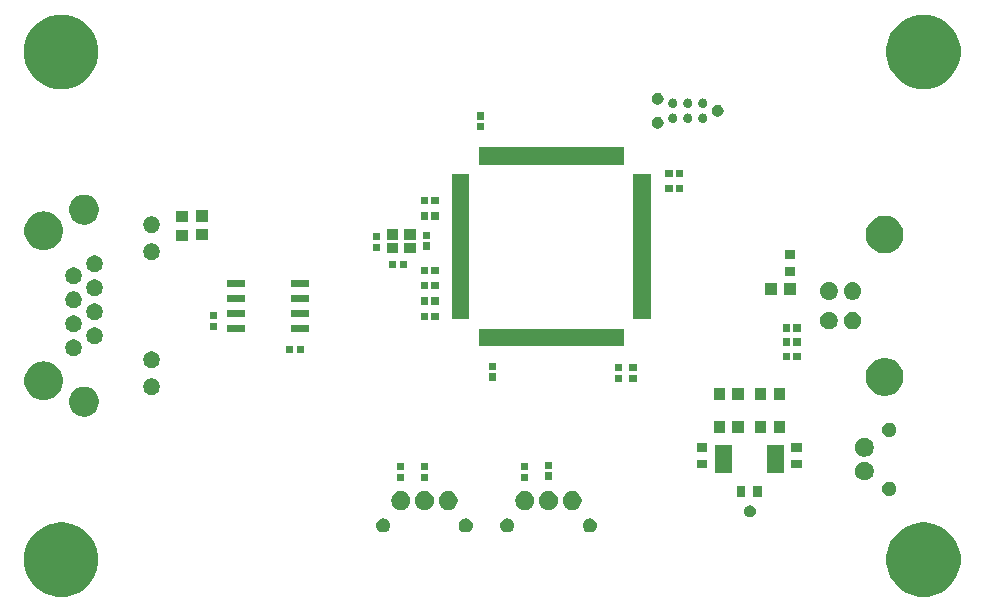
<source format=gbr>
G04 #@! TF.GenerationSoftware,KiCad,Pcbnew,5.0.1-33cea8e~68~ubuntu18.04.1*
G04 #@! TF.CreationDate,2018-11-12T14:49:47+00:00*
G04 #@! TF.ProjectId,comms,636F6D6D732E6B696361645F70636200,rev?*
G04 #@! TF.SameCoordinates,Original*
G04 #@! TF.FileFunction,Soldermask,Top*
G04 #@! TF.FilePolarity,Negative*
%FSLAX46Y46*%
G04 Gerber Fmt 4.6, Leading zero omitted, Abs format (unit mm)*
G04 Created by KiCad (PCBNEW 5.0.1-33cea8e~68~ubuntu18.04.1) date Mon 12 Nov 2018 14:49:47 GMT*
%MOMM*%
%LPD*%
G01*
G04 APERTURE LIST*
%ADD10C,0.100000*%
G04 APERTURE END LIST*
D10*
G36*
X100155151Y-115583626D02*
X100677123Y-115687452D01*
X101250387Y-115924906D01*
X101766310Y-116269635D01*
X102205067Y-116708392D01*
X102549796Y-117224315D01*
X102787250Y-117797579D01*
X102908302Y-118406152D01*
X102908302Y-119026648D01*
X102787250Y-119635221D01*
X102549796Y-120208485D01*
X102205067Y-120724408D01*
X101766310Y-121163165D01*
X101250387Y-121507894D01*
X100677123Y-121745348D01*
X100155151Y-121849174D01*
X100068551Y-121866400D01*
X99448053Y-121866400D01*
X99361453Y-121849174D01*
X98839481Y-121745348D01*
X98266217Y-121507894D01*
X97750294Y-121163165D01*
X97311537Y-120724408D01*
X96966808Y-120208485D01*
X96729354Y-119635221D01*
X96608302Y-119026648D01*
X96608302Y-118406152D01*
X96729354Y-117797579D01*
X96966808Y-117224315D01*
X97311537Y-116708392D01*
X97750294Y-116269635D01*
X98266217Y-115924906D01*
X98839481Y-115687452D01*
X99361453Y-115583626D01*
X99448053Y-115566400D01*
X100068551Y-115566400D01*
X100155151Y-115583626D01*
X100155151Y-115583626D01*
G37*
G36*
X27155151Y-115583626D02*
X27677123Y-115687452D01*
X28250387Y-115924906D01*
X28766310Y-116269635D01*
X29205067Y-116708392D01*
X29549796Y-117224315D01*
X29787250Y-117797579D01*
X29908302Y-118406152D01*
X29908302Y-119026648D01*
X29787250Y-119635221D01*
X29549796Y-120208485D01*
X29205067Y-120724408D01*
X28766310Y-121163165D01*
X28250387Y-121507894D01*
X27677123Y-121745348D01*
X27155151Y-121849174D01*
X27068551Y-121866400D01*
X26448053Y-121866400D01*
X26361453Y-121849174D01*
X25839481Y-121745348D01*
X25266217Y-121507894D01*
X24750294Y-121163165D01*
X24311537Y-120724408D01*
X23966808Y-120208485D01*
X23729354Y-119635221D01*
X23608302Y-119026648D01*
X23608302Y-118406152D01*
X23729354Y-117797579D01*
X23966808Y-117224315D01*
X24311537Y-116708392D01*
X24750294Y-116269635D01*
X25266217Y-115924906D01*
X25839481Y-115687452D01*
X26361453Y-115583626D01*
X26448053Y-115566400D01*
X27068551Y-115566400D01*
X27155151Y-115583626D01*
X27155151Y-115583626D01*
G37*
G36*
X71683314Y-115239457D02*
X71792509Y-115284687D01*
X71890783Y-115350352D01*
X71974350Y-115433919D01*
X72040015Y-115532193D01*
X72085245Y-115641388D01*
X72108302Y-115757304D01*
X72108302Y-115875496D01*
X72085245Y-115991412D01*
X72040015Y-116100607D01*
X71974350Y-116198881D01*
X71890783Y-116282448D01*
X71792509Y-116348113D01*
X71683314Y-116393343D01*
X71567398Y-116416400D01*
X71449206Y-116416400D01*
X71333290Y-116393343D01*
X71224095Y-116348113D01*
X71125821Y-116282448D01*
X71042254Y-116198881D01*
X70976589Y-116100607D01*
X70931359Y-115991412D01*
X70908302Y-115875496D01*
X70908302Y-115757304D01*
X70931359Y-115641388D01*
X70976589Y-115532193D01*
X71042254Y-115433919D01*
X71125821Y-115350352D01*
X71224095Y-115284687D01*
X71333290Y-115239457D01*
X71449206Y-115216400D01*
X71567398Y-115216400D01*
X71683314Y-115239457D01*
X71683314Y-115239457D01*
G37*
G36*
X54183314Y-115239457D02*
X54292509Y-115284687D01*
X54390783Y-115350352D01*
X54474350Y-115433919D01*
X54540015Y-115532193D01*
X54585245Y-115641388D01*
X54608302Y-115757304D01*
X54608302Y-115875496D01*
X54585245Y-115991412D01*
X54540015Y-116100607D01*
X54474350Y-116198881D01*
X54390783Y-116282448D01*
X54292509Y-116348113D01*
X54183314Y-116393343D01*
X54067398Y-116416400D01*
X53949206Y-116416400D01*
X53833290Y-116393343D01*
X53724095Y-116348113D01*
X53625821Y-116282448D01*
X53542254Y-116198881D01*
X53476589Y-116100607D01*
X53431359Y-115991412D01*
X53408302Y-115875496D01*
X53408302Y-115757304D01*
X53431359Y-115641388D01*
X53476589Y-115532193D01*
X53542254Y-115433919D01*
X53625821Y-115350352D01*
X53724095Y-115284687D01*
X53833290Y-115239457D01*
X53949206Y-115216400D01*
X54067398Y-115216400D01*
X54183314Y-115239457D01*
X54183314Y-115239457D01*
G37*
G36*
X61183314Y-115239457D02*
X61292509Y-115284687D01*
X61390783Y-115350352D01*
X61474350Y-115433919D01*
X61540015Y-115532193D01*
X61585245Y-115641388D01*
X61608302Y-115757304D01*
X61608302Y-115875496D01*
X61585245Y-115991412D01*
X61540015Y-116100607D01*
X61474350Y-116198881D01*
X61390783Y-116282448D01*
X61292509Y-116348113D01*
X61183314Y-116393343D01*
X61067398Y-116416400D01*
X60949206Y-116416400D01*
X60833290Y-116393343D01*
X60724095Y-116348113D01*
X60625821Y-116282448D01*
X60542254Y-116198881D01*
X60476589Y-116100607D01*
X60431359Y-115991412D01*
X60408302Y-115875496D01*
X60408302Y-115757304D01*
X60431359Y-115641388D01*
X60476589Y-115532193D01*
X60542254Y-115433919D01*
X60625821Y-115350352D01*
X60724095Y-115284687D01*
X60833290Y-115239457D01*
X60949206Y-115216400D01*
X61067398Y-115216400D01*
X61183314Y-115239457D01*
X61183314Y-115239457D01*
G37*
G36*
X64683314Y-115239457D02*
X64792509Y-115284687D01*
X64890783Y-115350352D01*
X64974350Y-115433919D01*
X65040015Y-115532193D01*
X65085245Y-115641388D01*
X65108302Y-115757304D01*
X65108302Y-115875496D01*
X65085245Y-115991412D01*
X65040015Y-116100607D01*
X64974350Y-116198881D01*
X64890783Y-116282448D01*
X64792509Y-116348113D01*
X64683314Y-116393343D01*
X64567398Y-116416400D01*
X64449206Y-116416400D01*
X64333290Y-116393343D01*
X64224095Y-116348113D01*
X64125821Y-116282448D01*
X64042254Y-116198881D01*
X63976589Y-116100607D01*
X63931359Y-115991412D01*
X63908302Y-115875496D01*
X63908302Y-115757304D01*
X63931359Y-115641388D01*
X63976589Y-115532193D01*
X64042254Y-115433919D01*
X64125821Y-115350352D01*
X64224095Y-115284687D01*
X64333290Y-115239457D01*
X64449206Y-115216400D01*
X64567398Y-115216400D01*
X64683314Y-115239457D01*
X64683314Y-115239457D01*
G37*
G36*
X85204147Y-114135615D02*
X85295141Y-114173306D01*
X85374556Y-114226370D01*
X85377036Y-114228027D01*
X85446675Y-114297666D01*
X85446677Y-114297669D01*
X85473493Y-114337801D01*
X85501397Y-114379563D01*
X85539087Y-114470555D01*
X85558302Y-114567155D01*
X85558302Y-114665645D01*
X85539087Y-114762245D01*
X85501397Y-114853237D01*
X85446675Y-114935134D01*
X85377036Y-115004773D01*
X85377033Y-115004775D01*
X85295141Y-115059494D01*
X85204147Y-115097185D01*
X85107548Y-115116400D01*
X85009056Y-115116400D01*
X84912457Y-115097185D01*
X84821463Y-115059494D01*
X84739571Y-115004775D01*
X84739568Y-115004773D01*
X84669929Y-114935134D01*
X84615207Y-114853237D01*
X84577517Y-114762245D01*
X84558302Y-114665645D01*
X84558302Y-114567155D01*
X84577517Y-114470555D01*
X84615207Y-114379563D01*
X84643112Y-114337801D01*
X84669927Y-114297669D01*
X84669929Y-114297666D01*
X84739568Y-114228027D01*
X84742048Y-114226370D01*
X84821463Y-114173306D01*
X84912457Y-114135615D01*
X85009056Y-114116400D01*
X85107548Y-114116400D01*
X85204147Y-114135615D01*
X85204147Y-114135615D01*
G37*
G36*
X70241654Y-112947143D02*
X70387243Y-113007448D01*
X70518275Y-113095001D01*
X70629701Y-113206427D01*
X70717254Y-113337459D01*
X70777559Y-113483048D01*
X70808302Y-113637605D01*
X70808302Y-113795195D01*
X70777559Y-113949752D01*
X70717254Y-114095341D01*
X70629701Y-114226373D01*
X70518275Y-114337799D01*
X70387243Y-114425352D01*
X70241654Y-114485657D01*
X70087097Y-114516400D01*
X69929507Y-114516400D01*
X69774950Y-114485657D01*
X69629361Y-114425352D01*
X69498329Y-114337799D01*
X69386903Y-114226373D01*
X69299350Y-114095341D01*
X69239045Y-113949752D01*
X69208302Y-113795195D01*
X69208302Y-113637605D01*
X69239045Y-113483048D01*
X69299350Y-113337459D01*
X69386903Y-113206427D01*
X69498329Y-113095001D01*
X69629361Y-113007448D01*
X69774950Y-112947143D01*
X69929507Y-112916400D01*
X70087097Y-112916400D01*
X70241654Y-112947143D01*
X70241654Y-112947143D01*
G37*
G36*
X55741654Y-112947143D02*
X55887243Y-113007448D01*
X56018275Y-113095001D01*
X56129701Y-113206427D01*
X56217254Y-113337459D01*
X56277559Y-113483048D01*
X56308302Y-113637605D01*
X56308302Y-113795195D01*
X56277559Y-113949752D01*
X56217254Y-114095341D01*
X56129701Y-114226373D01*
X56018275Y-114337799D01*
X55887243Y-114425352D01*
X55741654Y-114485657D01*
X55587097Y-114516400D01*
X55429507Y-114516400D01*
X55274950Y-114485657D01*
X55129361Y-114425352D01*
X54998329Y-114337799D01*
X54886903Y-114226373D01*
X54799350Y-114095341D01*
X54739045Y-113949752D01*
X54708302Y-113795195D01*
X54708302Y-113637605D01*
X54739045Y-113483048D01*
X54799350Y-113337459D01*
X54886903Y-113206427D01*
X54998329Y-113095001D01*
X55129361Y-113007448D01*
X55274950Y-112947143D01*
X55429507Y-112916400D01*
X55587097Y-112916400D01*
X55741654Y-112947143D01*
X55741654Y-112947143D01*
G37*
G36*
X57741654Y-112947143D02*
X57887243Y-113007448D01*
X58018275Y-113095001D01*
X58129701Y-113206427D01*
X58217254Y-113337459D01*
X58277559Y-113483048D01*
X58308302Y-113637605D01*
X58308302Y-113795195D01*
X58277559Y-113949752D01*
X58217254Y-114095341D01*
X58129701Y-114226373D01*
X58018275Y-114337799D01*
X57887243Y-114425352D01*
X57741654Y-114485657D01*
X57587097Y-114516400D01*
X57429507Y-114516400D01*
X57274950Y-114485657D01*
X57129361Y-114425352D01*
X56998329Y-114337799D01*
X56886903Y-114226373D01*
X56799350Y-114095341D01*
X56739045Y-113949752D01*
X56708302Y-113795195D01*
X56708302Y-113637605D01*
X56739045Y-113483048D01*
X56799350Y-113337459D01*
X56886903Y-113206427D01*
X56998329Y-113095001D01*
X57129361Y-113007448D01*
X57274950Y-112947143D01*
X57429507Y-112916400D01*
X57587097Y-112916400D01*
X57741654Y-112947143D01*
X57741654Y-112947143D01*
G37*
G36*
X59741654Y-112947143D02*
X59887243Y-113007448D01*
X60018275Y-113095001D01*
X60129701Y-113206427D01*
X60217254Y-113337459D01*
X60277559Y-113483048D01*
X60308302Y-113637605D01*
X60308302Y-113795195D01*
X60277559Y-113949752D01*
X60217254Y-114095341D01*
X60129701Y-114226373D01*
X60018275Y-114337799D01*
X59887243Y-114425352D01*
X59741654Y-114485657D01*
X59587097Y-114516400D01*
X59429507Y-114516400D01*
X59274950Y-114485657D01*
X59129361Y-114425352D01*
X58998329Y-114337799D01*
X58886903Y-114226373D01*
X58799350Y-114095341D01*
X58739045Y-113949752D01*
X58708302Y-113795195D01*
X58708302Y-113637605D01*
X58739045Y-113483048D01*
X58799350Y-113337459D01*
X58886903Y-113206427D01*
X58998329Y-113095001D01*
X59129361Y-113007448D01*
X59274950Y-112947143D01*
X59429507Y-112916400D01*
X59587097Y-112916400D01*
X59741654Y-112947143D01*
X59741654Y-112947143D01*
G37*
G36*
X68241654Y-112947143D02*
X68387243Y-113007448D01*
X68518275Y-113095001D01*
X68629701Y-113206427D01*
X68717254Y-113337459D01*
X68777559Y-113483048D01*
X68808302Y-113637605D01*
X68808302Y-113795195D01*
X68777559Y-113949752D01*
X68717254Y-114095341D01*
X68629701Y-114226373D01*
X68518275Y-114337799D01*
X68387243Y-114425352D01*
X68241654Y-114485657D01*
X68087097Y-114516400D01*
X67929507Y-114516400D01*
X67774950Y-114485657D01*
X67629361Y-114425352D01*
X67498329Y-114337799D01*
X67386903Y-114226373D01*
X67299350Y-114095341D01*
X67239045Y-113949752D01*
X67208302Y-113795195D01*
X67208302Y-113637605D01*
X67239045Y-113483048D01*
X67299350Y-113337459D01*
X67386903Y-113206427D01*
X67498329Y-113095001D01*
X67629361Y-113007448D01*
X67774950Y-112947143D01*
X67929507Y-112916400D01*
X68087097Y-112916400D01*
X68241654Y-112947143D01*
X68241654Y-112947143D01*
G37*
G36*
X66241654Y-112947143D02*
X66387243Y-113007448D01*
X66518275Y-113095001D01*
X66629701Y-113206427D01*
X66717254Y-113337459D01*
X66777559Y-113483048D01*
X66808302Y-113637605D01*
X66808302Y-113795195D01*
X66777559Y-113949752D01*
X66717254Y-114095341D01*
X66629701Y-114226373D01*
X66518275Y-114337799D01*
X66387243Y-114425352D01*
X66241654Y-114485657D01*
X66087097Y-114516400D01*
X65929507Y-114516400D01*
X65774950Y-114485657D01*
X65629361Y-114425352D01*
X65498329Y-114337799D01*
X65386903Y-114226373D01*
X65299350Y-114095341D01*
X65239045Y-113949752D01*
X65208302Y-113795195D01*
X65208302Y-113637605D01*
X65239045Y-113483048D01*
X65299350Y-113337459D01*
X65386903Y-113206427D01*
X65498329Y-113095001D01*
X65629361Y-113007448D01*
X65774950Y-112947143D01*
X65929507Y-112916400D01*
X66087097Y-112916400D01*
X66241654Y-112947143D01*
X66241654Y-112947143D01*
G37*
G36*
X86083302Y-113416400D02*
X85333302Y-113416400D01*
X85333302Y-112516400D01*
X86083302Y-112516400D01*
X86083302Y-113416400D01*
X86083302Y-113416400D01*
G37*
G36*
X84683302Y-113416400D02*
X83933302Y-113416400D01*
X83933302Y-112516400D01*
X84683302Y-112516400D01*
X84683302Y-113416400D01*
X84683302Y-113416400D01*
G37*
G36*
X97033314Y-112139457D02*
X97142509Y-112184687D01*
X97240783Y-112250352D01*
X97324350Y-112333919D01*
X97390015Y-112432193D01*
X97435245Y-112541388D01*
X97458302Y-112657304D01*
X97458302Y-112775496D01*
X97435245Y-112891412D01*
X97390015Y-113000607D01*
X97324350Y-113098881D01*
X97240783Y-113182448D01*
X97142509Y-113248113D01*
X97033314Y-113293343D01*
X96917398Y-113316400D01*
X96799206Y-113316400D01*
X96683290Y-113293343D01*
X96574095Y-113248113D01*
X96475821Y-113182448D01*
X96392254Y-113098881D01*
X96326589Y-113000607D01*
X96281359Y-112891412D01*
X96258302Y-112775496D01*
X96258302Y-112657304D01*
X96281359Y-112541388D01*
X96326589Y-112432193D01*
X96392254Y-112333919D01*
X96475821Y-112250352D01*
X96574095Y-112184687D01*
X96683290Y-112139457D01*
X96799206Y-112116400D01*
X96917398Y-112116400D01*
X97033314Y-112139457D01*
X97033314Y-112139457D01*
G37*
G36*
X55810000Y-112060000D02*
X55190000Y-112060000D01*
X55190000Y-111440000D01*
X55810000Y-111440000D01*
X55810000Y-112060000D01*
X55810000Y-112060000D01*
G37*
G36*
X66310000Y-112060000D02*
X65690000Y-112060000D01*
X65690000Y-111440000D01*
X66310000Y-111440000D01*
X66310000Y-112060000D01*
X66310000Y-112060000D01*
G37*
G36*
X57810000Y-112060000D02*
X57190000Y-112060000D01*
X57190000Y-111440000D01*
X57810000Y-111440000D01*
X57810000Y-112060000D01*
X57810000Y-112060000D01*
G37*
G36*
X94991654Y-110447143D02*
X95137243Y-110507448D01*
X95268275Y-110595001D01*
X95379701Y-110706427D01*
X95467254Y-110837459D01*
X95527559Y-110983048D01*
X95558302Y-111137605D01*
X95558302Y-111295195D01*
X95527559Y-111449752D01*
X95467254Y-111595341D01*
X95379701Y-111726373D01*
X95268275Y-111837799D01*
X95137243Y-111925352D01*
X94991654Y-111985657D01*
X94837097Y-112016400D01*
X94679507Y-112016400D01*
X94524950Y-111985657D01*
X94379361Y-111925352D01*
X94248329Y-111837799D01*
X94136903Y-111726373D01*
X94049350Y-111595341D01*
X93989045Y-111449752D01*
X93958302Y-111295195D01*
X93958302Y-111137605D01*
X93989045Y-110983048D01*
X94049350Y-110837459D01*
X94136903Y-110706427D01*
X94248329Y-110595001D01*
X94379361Y-110507448D01*
X94524950Y-110447143D01*
X94679507Y-110416400D01*
X94837097Y-110416400D01*
X94991654Y-110447143D01*
X94991654Y-110447143D01*
G37*
G36*
X68310000Y-111960000D02*
X67690000Y-111960000D01*
X67690000Y-111340000D01*
X68310000Y-111340000D01*
X68310000Y-111960000D01*
X68310000Y-111960000D01*
G37*
G36*
X87933302Y-111416400D02*
X86483302Y-111416400D01*
X86483302Y-109016400D01*
X87933302Y-109016400D01*
X87933302Y-111416400D01*
X87933302Y-111416400D01*
G37*
G36*
X83533302Y-111416400D02*
X82083302Y-111416400D01*
X82083302Y-109016400D01*
X83533302Y-109016400D01*
X83533302Y-111416400D01*
X83533302Y-111416400D01*
G37*
G36*
X57810000Y-111160000D02*
X57190000Y-111160000D01*
X57190000Y-110540000D01*
X57810000Y-110540000D01*
X57810000Y-111160000D01*
X57810000Y-111160000D01*
G37*
G36*
X55810000Y-111160000D02*
X55190000Y-111160000D01*
X55190000Y-110540000D01*
X55810000Y-110540000D01*
X55810000Y-111160000D01*
X55810000Y-111160000D01*
G37*
G36*
X66310000Y-111160000D02*
X65690000Y-111160000D01*
X65690000Y-110540000D01*
X66310000Y-110540000D01*
X66310000Y-111160000D01*
X66310000Y-111160000D01*
G37*
G36*
X68310000Y-111060000D02*
X67690000Y-111060000D01*
X67690000Y-110440000D01*
X68310000Y-110440000D01*
X68310000Y-111060000D01*
X68310000Y-111060000D01*
G37*
G36*
X89458302Y-110991400D02*
X88558302Y-110991400D01*
X88558302Y-110241400D01*
X89458302Y-110241400D01*
X89458302Y-110991400D01*
X89458302Y-110991400D01*
G37*
G36*
X81458302Y-110991400D02*
X80558302Y-110991400D01*
X80558302Y-110241400D01*
X81458302Y-110241400D01*
X81458302Y-110991400D01*
X81458302Y-110991400D01*
G37*
G36*
X94991654Y-108447143D02*
X95137243Y-108507448D01*
X95268275Y-108595001D01*
X95379701Y-108706427D01*
X95467254Y-108837459D01*
X95527559Y-108983048D01*
X95558302Y-109137605D01*
X95558302Y-109295195D01*
X95527559Y-109449752D01*
X95467254Y-109595341D01*
X95379701Y-109726373D01*
X95268275Y-109837799D01*
X95137243Y-109925352D01*
X94991654Y-109985657D01*
X94837097Y-110016400D01*
X94679507Y-110016400D01*
X94524950Y-109985657D01*
X94379361Y-109925352D01*
X94248329Y-109837799D01*
X94136903Y-109726373D01*
X94049350Y-109595341D01*
X93989045Y-109449752D01*
X93958302Y-109295195D01*
X93958302Y-109137605D01*
X93989045Y-108983048D01*
X94049350Y-108837459D01*
X94136903Y-108706427D01*
X94248329Y-108595001D01*
X94379361Y-108507448D01*
X94524950Y-108447143D01*
X94679507Y-108416400D01*
X94837097Y-108416400D01*
X94991654Y-108447143D01*
X94991654Y-108447143D01*
G37*
G36*
X81458302Y-109591400D02*
X80558302Y-109591400D01*
X80558302Y-108841400D01*
X81458302Y-108841400D01*
X81458302Y-109591400D01*
X81458302Y-109591400D01*
G37*
G36*
X89458302Y-109591400D02*
X88558302Y-109591400D01*
X88558302Y-108841400D01*
X89458302Y-108841400D01*
X89458302Y-109591400D01*
X89458302Y-109591400D01*
G37*
G36*
X97033314Y-107139457D02*
X97142509Y-107184687D01*
X97240783Y-107250352D01*
X97324350Y-107333919D01*
X97390015Y-107432193D01*
X97435245Y-107541388D01*
X97458302Y-107657304D01*
X97458302Y-107775496D01*
X97435245Y-107891412D01*
X97390015Y-108000607D01*
X97324350Y-108098881D01*
X97240783Y-108182448D01*
X97142509Y-108248113D01*
X97033314Y-108293343D01*
X96917398Y-108316400D01*
X96799206Y-108316400D01*
X96683290Y-108293343D01*
X96574095Y-108248113D01*
X96475821Y-108182448D01*
X96392254Y-108098881D01*
X96326589Y-108000607D01*
X96281359Y-107891412D01*
X96258302Y-107775496D01*
X96258302Y-107657304D01*
X96281359Y-107541388D01*
X96326589Y-107432193D01*
X96392254Y-107333919D01*
X96475821Y-107250352D01*
X96574095Y-107184687D01*
X96683290Y-107139457D01*
X96799206Y-107116400D01*
X96917398Y-107116400D01*
X97033314Y-107139457D01*
X97033314Y-107139457D01*
G37*
G36*
X84533302Y-107966400D02*
X83583302Y-107966400D01*
X83583302Y-106966400D01*
X84533302Y-106966400D01*
X84533302Y-107966400D01*
X84533302Y-107966400D01*
G37*
G36*
X88033302Y-107966400D02*
X87083302Y-107966400D01*
X87083302Y-106966400D01*
X88033302Y-106966400D01*
X88033302Y-107966400D01*
X88033302Y-107966400D01*
G37*
G36*
X86433302Y-107966400D02*
X85483302Y-107966400D01*
X85483302Y-106966400D01*
X86433302Y-106966400D01*
X86433302Y-107966400D01*
X86433302Y-107966400D01*
G37*
G36*
X82933302Y-107966400D02*
X81983302Y-107966400D01*
X81983302Y-106966400D01*
X82933302Y-106966400D01*
X82933302Y-107966400D01*
X82933302Y-107966400D01*
G37*
G36*
X28935066Y-104098802D02*
X29057747Y-104123205D01*
X29288873Y-104218941D01*
X29496883Y-104357929D01*
X29673773Y-104534819D01*
X29673775Y-104534822D01*
X29812761Y-104742829D01*
X29908497Y-104973955D01*
X29957302Y-105219316D01*
X29957302Y-105469484D01*
X29908497Y-105714845D01*
X29812761Y-105945971D01*
X29673773Y-106153981D01*
X29496883Y-106330871D01*
X29496880Y-106330873D01*
X29288873Y-106469859D01*
X29057747Y-106565595D01*
X28935066Y-106589998D01*
X28812388Y-106614400D01*
X28562216Y-106614400D01*
X28439538Y-106589998D01*
X28316857Y-106565595D01*
X28085731Y-106469859D01*
X27877724Y-106330873D01*
X27877721Y-106330871D01*
X27700831Y-106153981D01*
X27561843Y-105945971D01*
X27466107Y-105714845D01*
X27417302Y-105469484D01*
X27417302Y-105219316D01*
X27466107Y-104973955D01*
X27561843Y-104742829D01*
X27700829Y-104534822D01*
X27700831Y-104534819D01*
X27877721Y-104357929D01*
X28085731Y-104218941D01*
X28316857Y-104123205D01*
X28439538Y-104098802D01*
X28562216Y-104074400D01*
X28812388Y-104074400D01*
X28935066Y-104098802D01*
X28935066Y-104098802D01*
G37*
G36*
X86433302Y-105216400D02*
X85483302Y-105216400D01*
X85483302Y-104216400D01*
X86433302Y-104216400D01*
X86433302Y-105216400D01*
X86433302Y-105216400D01*
G37*
G36*
X88033302Y-105216400D02*
X87083302Y-105216400D01*
X87083302Y-104216400D01*
X88033302Y-104216400D01*
X88033302Y-105216400D01*
X88033302Y-105216400D01*
G37*
G36*
X84533302Y-105216400D02*
X83583302Y-105216400D01*
X83583302Y-104216400D01*
X84533302Y-104216400D01*
X84533302Y-105216400D01*
X84533302Y-105216400D01*
G37*
G36*
X82933302Y-105216400D02*
X81983302Y-105216400D01*
X81983302Y-104216400D01*
X82933302Y-104216400D01*
X82933302Y-105216400D01*
X82933302Y-105216400D01*
G37*
G36*
X25463102Y-101949690D02*
X25732472Y-102003270D01*
X26028313Y-102125812D01*
X26294562Y-102303714D01*
X26520988Y-102530140D01*
X26698890Y-102796389D01*
X26821432Y-103092230D01*
X26883902Y-103406292D01*
X26883902Y-103726508D01*
X26821432Y-104040570D01*
X26698890Y-104336411D01*
X26520988Y-104602660D01*
X26294562Y-104829086D01*
X26028313Y-105006988D01*
X25732472Y-105129530D01*
X25463102Y-105183110D01*
X25418411Y-105192000D01*
X25098193Y-105192000D01*
X25053502Y-105183110D01*
X24784132Y-105129530D01*
X24488291Y-105006988D01*
X24222042Y-104829086D01*
X23995616Y-104602660D01*
X23817714Y-104336411D01*
X23695172Y-104040570D01*
X23632702Y-103726508D01*
X23632702Y-103406292D01*
X23695172Y-103092230D01*
X23817714Y-102796389D01*
X23995616Y-102530140D01*
X24222042Y-102303714D01*
X24488291Y-102125812D01*
X24784132Y-102003270D01*
X25053502Y-101949690D01*
X25098193Y-101940800D01*
X25418411Y-101940800D01*
X25463102Y-101949690D01*
X25463102Y-101949690D01*
G37*
G36*
X96935005Y-101697886D02*
X97226185Y-101818497D01*
X97488246Y-101993601D01*
X97711101Y-102216456D01*
X97886205Y-102478517D01*
X98006816Y-102769697D01*
X98068302Y-103078812D01*
X98068302Y-103393988D01*
X98006816Y-103703103D01*
X97886205Y-103994283D01*
X97711101Y-104256344D01*
X97488246Y-104479199D01*
X97226185Y-104654303D01*
X96935005Y-104774914D01*
X96625890Y-104836400D01*
X96310714Y-104836400D01*
X96001599Y-104774914D01*
X95710419Y-104654303D01*
X95448358Y-104479199D01*
X95225503Y-104256344D01*
X95050399Y-103994283D01*
X94929788Y-103703103D01*
X94868302Y-103393988D01*
X94868302Y-103078812D01*
X94929788Y-102769697D01*
X95050399Y-102478517D01*
X95225503Y-102216456D01*
X95448358Y-101993601D01*
X95710419Y-101818497D01*
X96001599Y-101697886D01*
X96310714Y-101636400D01*
X96625890Y-101636400D01*
X96935005Y-101697886D01*
X96935005Y-101697886D01*
G37*
G36*
X34606485Y-103401300D02*
X34733876Y-103454068D01*
X34848527Y-103530675D01*
X34946027Y-103628175D01*
X35022634Y-103742826D01*
X35075402Y-103870217D01*
X35102302Y-104005455D01*
X35102302Y-104143345D01*
X35075402Y-104278583D01*
X35022634Y-104405974D01*
X34946027Y-104520625D01*
X34848527Y-104618125D01*
X34733876Y-104694732D01*
X34606485Y-104747500D01*
X34471247Y-104774400D01*
X34333357Y-104774400D01*
X34198119Y-104747500D01*
X34070728Y-104694732D01*
X33956077Y-104618125D01*
X33858577Y-104520625D01*
X33781970Y-104405974D01*
X33729202Y-104278583D01*
X33702302Y-104143345D01*
X33702302Y-104005455D01*
X33729202Y-103870217D01*
X33781970Y-103742826D01*
X33858577Y-103628175D01*
X33956077Y-103530675D01*
X34070728Y-103454068D01*
X34198119Y-103401300D01*
X34333357Y-103374400D01*
X34471247Y-103374400D01*
X34606485Y-103401300D01*
X34606485Y-103401300D01*
G37*
G36*
X74268302Y-103676400D02*
X73648302Y-103676400D01*
X73648302Y-103056400D01*
X74268302Y-103056400D01*
X74268302Y-103676400D01*
X74268302Y-103676400D01*
G37*
G36*
X75468302Y-103676400D02*
X74848302Y-103676400D01*
X74848302Y-103056400D01*
X75468302Y-103056400D01*
X75468302Y-103676400D01*
X75468302Y-103676400D01*
G37*
G36*
X63568302Y-103576400D02*
X62948302Y-103576400D01*
X62948302Y-102956400D01*
X63568302Y-102956400D01*
X63568302Y-103576400D01*
X63568302Y-103576400D01*
G37*
G36*
X74268302Y-102776400D02*
X73648302Y-102776400D01*
X73648302Y-102156400D01*
X74268302Y-102156400D01*
X74268302Y-102776400D01*
X74268302Y-102776400D01*
G37*
G36*
X75468302Y-102776400D02*
X74848302Y-102776400D01*
X74848302Y-102156400D01*
X75468302Y-102156400D01*
X75468302Y-102776400D01*
X75468302Y-102776400D01*
G37*
G36*
X63568302Y-102676400D02*
X62948302Y-102676400D01*
X62948302Y-102056400D01*
X63568302Y-102056400D01*
X63568302Y-102676400D01*
X63568302Y-102676400D01*
G37*
G36*
X34606485Y-101115300D02*
X34733876Y-101168068D01*
X34821177Y-101226400D01*
X34848527Y-101244675D01*
X34946027Y-101342175D01*
X35022634Y-101456826D01*
X35075402Y-101584217D01*
X35102302Y-101719455D01*
X35102302Y-101857345D01*
X35075402Y-101992583D01*
X35022634Y-102119974D01*
X34946027Y-102234625D01*
X34848527Y-102332125D01*
X34733876Y-102408732D01*
X34606485Y-102461500D01*
X34471247Y-102488400D01*
X34333357Y-102488400D01*
X34198119Y-102461500D01*
X34070728Y-102408732D01*
X33956077Y-102332125D01*
X33858577Y-102234625D01*
X33781970Y-102119974D01*
X33729202Y-101992583D01*
X33702302Y-101857345D01*
X33702302Y-101719455D01*
X33729202Y-101584217D01*
X33781970Y-101456826D01*
X33858577Y-101342175D01*
X33956077Y-101244675D01*
X33983428Y-101226400D01*
X34070728Y-101168068D01*
X34198119Y-101115300D01*
X34333357Y-101088400D01*
X34471247Y-101088400D01*
X34606485Y-101115300D01*
X34606485Y-101115300D01*
G37*
G36*
X88460000Y-101810000D02*
X87840000Y-101810000D01*
X87840000Y-101190000D01*
X88460000Y-101190000D01*
X88460000Y-101810000D01*
X88460000Y-101810000D01*
G37*
G36*
X89360000Y-101810000D02*
X88740000Y-101810000D01*
X88740000Y-101190000D01*
X89360000Y-101190000D01*
X89360000Y-101810000D01*
X89360000Y-101810000D01*
G37*
G36*
X28002485Y-100099300D02*
X28129876Y-100152068D01*
X28205541Y-100202625D01*
X28244527Y-100228675D01*
X28342027Y-100326175D01*
X28418634Y-100440826D01*
X28471402Y-100568217D01*
X28498302Y-100703455D01*
X28498302Y-100841345D01*
X28471402Y-100976583D01*
X28425085Y-101088400D01*
X28418634Y-101103974D01*
X28342028Y-101218624D01*
X28244526Y-101316126D01*
X28205539Y-101342176D01*
X28129876Y-101392732D01*
X28002485Y-101445500D01*
X27867247Y-101472400D01*
X27729357Y-101472400D01*
X27594119Y-101445500D01*
X27466728Y-101392732D01*
X27391065Y-101342176D01*
X27352078Y-101316126D01*
X27254576Y-101218624D01*
X27177970Y-101103974D01*
X27171519Y-101088400D01*
X27125202Y-100976583D01*
X27098302Y-100841345D01*
X27098302Y-100703455D01*
X27125202Y-100568217D01*
X27177970Y-100440826D01*
X27254577Y-100326175D01*
X27352077Y-100228675D01*
X27391064Y-100202625D01*
X27466728Y-100152068D01*
X27594119Y-100099300D01*
X27729357Y-100072400D01*
X27867247Y-100072400D01*
X28002485Y-100099300D01*
X28002485Y-100099300D01*
G37*
G36*
X47318302Y-101226400D02*
X46698302Y-101226400D01*
X46698302Y-100606400D01*
X47318302Y-100606400D01*
X47318302Y-101226400D01*
X47318302Y-101226400D01*
G37*
G36*
X46418302Y-101226400D02*
X45798302Y-101226400D01*
X45798302Y-100606400D01*
X46418302Y-100606400D01*
X46418302Y-101226400D01*
X46418302Y-101226400D01*
G37*
G36*
X74408302Y-100666400D02*
X62108302Y-100666400D01*
X62108302Y-99166400D01*
X74408302Y-99166400D01*
X74408302Y-100666400D01*
X74408302Y-100666400D01*
G37*
G36*
X88460000Y-100610000D02*
X87840000Y-100610000D01*
X87840000Y-99990000D01*
X88460000Y-99990000D01*
X88460000Y-100610000D01*
X88460000Y-100610000D01*
G37*
G36*
X89360000Y-100610000D02*
X88740000Y-100610000D01*
X88740000Y-99990000D01*
X89360000Y-99990000D01*
X89360000Y-100610000D01*
X89360000Y-100610000D01*
G37*
G36*
X29780485Y-99083300D02*
X29895740Y-99131041D01*
X29907876Y-99136068D01*
X29983541Y-99186625D01*
X30022527Y-99212675D01*
X30120027Y-99310175D01*
X30196634Y-99424826D01*
X30249402Y-99552217D01*
X30276302Y-99687455D01*
X30276302Y-99825345D01*
X30249402Y-99960583D01*
X30203085Y-100072400D01*
X30196634Y-100087974D01*
X30120028Y-100202624D01*
X30022526Y-100300126D01*
X29983539Y-100326176D01*
X29907876Y-100376732D01*
X29780485Y-100429500D01*
X29645247Y-100456400D01*
X29507357Y-100456400D01*
X29372119Y-100429500D01*
X29244728Y-100376732D01*
X29169065Y-100326176D01*
X29130078Y-100300126D01*
X29032576Y-100202624D01*
X28955970Y-100087974D01*
X28949519Y-100072400D01*
X28903202Y-99960583D01*
X28876302Y-99825345D01*
X28876302Y-99687455D01*
X28903202Y-99552217D01*
X28955970Y-99424826D01*
X29032577Y-99310175D01*
X29130077Y-99212675D01*
X29169064Y-99186625D01*
X29244728Y-99136068D01*
X29256864Y-99131041D01*
X29372119Y-99083300D01*
X29507357Y-99056400D01*
X29645247Y-99056400D01*
X29780485Y-99083300D01*
X29780485Y-99083300D01*
G37*
G36*
X28002485Y-98067300D02*
X28129876Y-98120068D01*
X28205541Y-98170625D01*
X28244527Y-98196675D01*
X28342027Y-98294175D01*
X28418634Y-98408826D01*
X28471402Y-98536217D01*
X28498302Y-98671455D01*
X28498302Y-98809345D01*
X28471402Y-98944583D01*
X28425085Y-99056400D01*
X28418634Y-99071974D01*
X28342028Y-99186624D01*
X28244526Y-99284126D01*
X28205539Y-99310176D01*
X28129876Y-99360732D01*
X28002485Y-99413500D01*
X27867247Y-99440400D01*
X27729357Y-99440400D01*
X27594119Y-99413500D01*
X27466728Y-99360732D01*
X27391065Y-99310176D01*
X27352078Y-99284126D01*
X27254576Y-99186624D01*
X27177970Y-99071974D01*
X27171519Y-99056400D01*
X27125202Y-98944583D01*
X27098302Y-98809345D01*
X27098302Y-98671455D01*
X27125202Y-98536217D01*
X27177970Y-98408826D01*
X27254577Y-98294175D01*
X27352077Y-98196675D01*
X27391064Y-98170625D01*
X27466728Y-98120068D01*
X27594119Y-98067300D01*
X27729357Y-98040400D01*
X27867247Y-98040400D01*
X28002485Y-98067300D01*
X28002485Y-98067300D01*
G37*
G36*
X47733302Y-99421400D02*
X46183302Y-99421400D01*
X46183302Y-98821400D01*
X47733302Y-98821400D01*
X47733302Y-99421400D01*
X47733302Y-99421400D01*
G37*
G36*
X42333302Y-99421400D02*
X40783302Y-99421400D01*
X40783302Y-98821400D01*
X42333302Y-98821400D01*
X42333302Y-99421400D01*
X42333302Y-99421400D01*
G37*
G36*
X88460000Y-99410000D02*
X87840000Y-99410000D01*
X87840000Y-98790000D01*
X88460000Y-98790000D01*
X88460000Y-99410000D01*
X88460000Y-99410000D01*
G37*
G36*
X89360000Y-99410000D02*
X88740000Y-99410000D01*
X88740000Y-98790000D01*
X89360000Y-98790000D01*
X89360000Y-99410000D01*
X89360000Y-99410000D01*
G37*
G36*
X39968302Y-99276400D02*
X39348302Y-99276400D01*
X39348302Y-98656400D01*
X39968302Y-98656400D01*
X39968302Y-99276400D01*
X39968302Y-99276400D01*
G37*
G36*
X91904620Y-97730811D02*
X91977069Y-97745222D01*
X92033605Y-97768640D01*
X92113559Y-97801758D01*
X92236402Y-97883839D01*
X92340863Y-97988300D01*
X92422944Y-98111143D01*
X92479480Y-98247634D01*
X92508302Y-98392530D01*
X92508302Y-98540270D01*
X92479480Y-98685166D01*
X92422944Y-98821657D01*
X92340863Y-98944500D01*
X92236402Y-99048961D01*
X92113559Y-99131042D01*
X92033605Y-99164160D01*
X91977069Y-99187578D01*
X91904620Y-99201989D01*
X91832172Y-99216400D01*
X91684432Y-99216400D01*
X91611984Y-99201989D01*
X91539535Y-99187578D01*
X91482999Y-99164160D01*
X91403045Y-99131042D01*
X91280202Y-99048961D01*
X91175741Y-98944500D01*
X91093660Y-98821657D01*
X91037124Y-98685166D01*
X91008302Y-98540270D01*
X91008302Y-98392530D01*
X91037124Y-98247634D01*
X91093660Y-98111143D01*
X91175741Y-97988300D01*
X91280202Y-97883839D01*
X91403045Y-97801758D01*
X91482999Y-97768640D01*
X91539535Y-97745222D01*
X91611984Y-97730811D01*
X91684432Y-97716400D01*
X91832172Y-97716400D01*
X91904620Y-97730811D01*
X91904620Y-97730811D01*
G37*
G36*
X93904620Y-97730811D02*
X93977069Y-97745222D01*
X94033605Y-97768640D01*
X94113559Y-97801758D01*
X94236402Y-97883839D01*
X94340863Y-97988300D01*
X94422944Y-98111143D01*
X94479480Y-98247634D01*
X94508302Y-98392530D01*
X94508302Y-98540270D01*
X94479480Y-98685166D01*
X94422944Y-98821657D01*
X94340863Y-98944500D01*
X94236402Y-99048961D01*
X94113559Y-99131042D01*
X94033605Y-99164160D01*
X93977069Y-99187578D01*
X93904620Y-99201989D01*
X93832172Y-99216400D01*
X93684432Y-99216400D01*
X93611984Y-99201989D01*
X93539535Y-99187578D01*
X93482999Y-99164160D01*
X93403045Y-99131042D01*
X93280202Y-99048961D01*
X93175741Y-98944500D01*
X93093660Y-98821657D01*
X93037124Y-98685166D01*
X93008302Y-98540270D01*
X93008302Y-98392530D01*
X93037124Y-98247634D01*
X93093660Y-98111143D01*
X93175741Y-97988300D01*
X93280202Y-97883839D01*
X93403045Y-97801758D01*
X93482999Y-97768640D01*
X93539535Y-97745222D01*
X93611984Y-97730811D01*
X93684432Y-97716400D01*
X93832172Y-97716400D01*
X93904620Y-97730811D01*
X93904620Y-97730811D01*
G37*
G36*
X58718302Y-98426400D02*
X58098302Y-98426400D01*
X58098302Y-97806400D01*
X58718302Y-97806400D01*
X58718302Y-98426400D01*
X58718302Y-98426400D01*
G37*
G36*
X57818302Y-98426400D02*
X57198302Y-98426400D01*
X57198302Y-97806400D01*
X57818302Y-97806400D01*
X57818302Y-98426400D01*
X57818302Y-98426400D01*
G37*
G36*
X29780485Y-97051300D02*
X29907876Y-97104068D01*
X29983541Y-97154625D01*
X30022527Y-97180675D01*
X30120027Y-97278175D01*
X30196634Y-97392826D01*
X30249402Y-97520217D01*
X30276302Y-97655455D01*
X30276302Y-97793345D01*
X30249402Y-97928583D01*
X30203085Y-98040400D01*
X30196634Y-98055974D01*
X30120028Y-98170624D01*
X30022526Y-98268126D01*
X29983539Y-98294176D01*
X29907876Y-98344732D01*
X29780485Y-98397500D01*
X29645247Y-98424400D01*
X29507357Y-98424400D01*
X29372119Y-98397500D01*
X29244728Y-98344732D01*
X29169065Y-98294176D01*
X29130078Y-98268126D01*
X29032576Y-98170624D01*
X28955970Y-98055974D01*
X28949519Y-98040400D01*
X28903202Y-97928583D01*
X28876302Y-97793345D01*
X28876302Y-97655455D01*
X28903202Y-97520217D01*
X28955970Y-97392826D01*
X29032577Y-97278175D01*
X29130077Y-97180675D01*
X29169064Y-97154625D01*
X29244728Y-97104068D01*
X29372119Y-97051300D01*
X29507357Y-97024400D01*
X29645247Y-97024400D01*
X29780485Y-97051300D01*
X29780485Y-97051300D01*
G37*
G36*
X39968302Y-98376400D02*
X39348302Y-98376400D01*
X39348302Y-97756400D01*
X39968302Y-97756400D01*
X39968302Y-98376400D01*
X39968302Y-98376400D01*
G37*
G36*
X61308302Y-98366400D02*
X59808302Y-98366400D01*
X59808302Y-86066400D01*
X61308302Y-86066400D01*
X61308302Y-98366400D01*
X61308302Y-98366400D01*
G37*
G36*
X76708302Y-98366400D02*
X75208302Y-98366400D01*
X75208302Y-86066400D01*
X76708302Y-86066400D01*
X76708302Y-98366400D01*
X76708302Y-98366400D01*
G37*
G36*
X47733302Y-98151400D02*
X46183302Y-98151400D01*
X46183302Y-97551400D01*
X47733302Y-97551400D01*
X47733302Y-98151400D01*
X47733302Y-98151400D01*
G37*
G36*
X42333302Y-98151400D02*
X40783302Y-98151400D01*
X40783302Y-97551400D01*
X42333302Y-97551400D01*
X42333302Y-98151400D01*
X42333302Y-98151400D01*
G37*
G36*
X28002485Y-96035300D02*
X28129876Y-96088068D01*
X28244526Y-96164674D01*
X28342028Y-96262176D01*
X28381772Y-96321658D01*
X28418634Y-96376826D01*
X28471402Y-96504217D01*
X28498302Y-96639455D01*
X28498302Y-96777345D01*
X28471402Y-96912583D01*
X28425085Y-97024400D01*
X28418634Y-97039974D01*
X28342028Y-97154624D01*
X28244526Y-97252126D01*
X28205539Y-97278176D01*
X28129876Y-97328732D01*
X28002485Y-97381500D01*
X27867247Y-97408400D01*
X27729357Y-97408400D01*
X27594119Y-97381500D01*
X27466728Y-97328732D01*
X27391065Y-97278176D01*
X27352078Y-97252126D01*
X27254576Y-97154624D01*
X27177970Y-97039974D01*
X27171519Y-97024400D01*
X27125202Y-96912583D01*
X27098302Y-96777345D01*
X27098302Y-96639455D01*
X27125202Y-96504217D01*
X27177970Y-96376826D01*
X27214832Y-96321658D01*
X27254576Y-96262176D01*
X27352078Y-96164674D01*
X27466728Y-96088068D01*
X27594119Y-96035300D01*
X27729357Y-96008400D01*
X27867247Y-96008400D01*
X28002485Y-96035300D01*
X28002485Y-96035300D01*
G37*
G36*
X58718302Y-97126400D02*
X58098302Y-97126400D01*
X58098302Y-96506400D01*
X58718302Y-96506400D01*
X58718302Y-97126400D01*
X58718302Y-97126400D01*
G37*
G36*
X57818302Y-97126400D02*
X57198302Y-97126400D01*
X57198302Y-96506400D01*
X57818302Y-96506400D01*
X57818302Y-97126400D01*
X57818302Y-97126400D01*
G37*
G36*
X47733302Y-96881400D02*
X46183302Y-96881400D01*
X46183302Y-96281400D01*
X47733302Y-96281400D01*
X47733302Y-96881400D01*
X47733302Y-96881400D01*
G37*
G36*
X42333302Y-96881400D02*
X40783302Y-96881400D01*
X40783302Y-96281400D01*
X42333302Y-96281400D01*
X42333302Y-96881400D01*
X42333302Y-96881400D01*
G37*
G36*
X91904620Y-95230811D02*
X91977069Y-95245222D01*
X92033605Y-95268640D01*
X92113559Y-95301758D01*
X92236402Y-95383839D01*
X92340863Y-95488300D01*
X92422944Y-95611143D01*
X92479480Y-95747634D01*
X92508302Y-95892530D01*
X92508302Y-96040270D01*
X92479480Y-96185166D01*
X92422944Y-96321657D01*
X92340863Y-96444500D01*
X92236402Y-96548961D01*
X92113559Y-96631042D01*
X92033605Y-96664160D01*
X91977069Y-96687578D01*
X91904620Y-96701989D01*
X91832172Y-96716400D01*
X91684432Y-96716400D01*
X91611984Y-96701989D01*
X91539535Y-96687578D01*
X91482999Y-96664160D01*
X91403045Y-96631042D01*
X91280202Y-96548961D01*
X91175741Y-96444500D01*
X91093660Y-96321657D01*
X91037124Y-96185166D01*
X91008302Y-96040270D01*
X91008302Y-95892530D01*
X91037124Y-95747634D01*
X91093660Y-95611143D01*
X91175741Y-95488300D01*
X91280202Y-95383839D01*
X91403045Y-95301758D01*
X91482999Y-95268640D01*
X91539535Y-95245222D01*
X91611984Y-95230811D01*
X91684432Y-95216400D01*
X91832172Y-95216400D01*
X91904620Y-95230811D01*
X91904620Y-95230811D01*
G37*
G36*
X93904620Y-95230811D02*
X93977069Y-95245222D01*
X94033605Y-95268640D01*
X94113559Y-95301758D01*
X94236402Y-95383839D01*
X94340863Y-95488300D01*
X94422944Y-95611143D01*
X94479480Y-95747634D01*
X94508302Y-95892530D01*
X94508302Y-96040270D01*
X94479480Y-96185166D01*
X94422944Y-96321657D01*
X94340863Y-96444500D01*
X94236402Y-96548961D01*
X94113559Y-96631042D01*
X94033605Y-96664160D01*
X93977069Y-96687578D01*
X93904620Y-96701989D01*
X93832172Y-96716400D01*
X93684432Y-96716400D01*
X93611984Y-96701989D01*
X93539535Y-96687578D01*
X93482999Y-96664160D01*
X93403045Y-96631042D01*
X93280202Y-96548961D01*
X93175741Y-96444500D01*
X93093660Y-96321657D01*
X93037124Y-96185166D01*
X93008302Y-96040270D01*
X93008302Y-95892530D01*
X93037124Y-95747634D01*
X93093660Y-95611143D01*
X93175741Y-95488300D01*
X93280202Y-95383839D01*
X93403045Y-95301758D01*
X93482999Y-95268640D01*
X93539535Y-95245222D01*
X93611984Y-95230811D01*
X93684432Y-95216400D01*
X93832172Y-95216400D01*
X93904620Y-95230811D01*
X93904620Y-95230811D01*
G37*
G36*
X29780485Y-95019300D02*
X29894192Y-95066400D01*
X29907876Y-95072068D01*
X29983541Y-95122625D01*
X30022527Y-95148675D01*
X30120027Y-95246175D01*
X30196634Y-95360826D01*
X30249402Y-95488217D01*
X30276302Y-95623455D01*
X30276302Y-95761345D01*
X30249402Y-95896583D01*
X30203085Y-96008400D01*
X30196634Y-96023974D01*
X30120028Y-96138624D01*
X30022526Y-96236126D01*
X29983539Y-96262176D01*
X29907876Y-96312732D01*
X29780485Y-96365500D01*
X29645247Y-96392400D01*
X29507357Y-96392400D01*
X29372119Y-96365500D01*
X29244728Y-96312732D01*
X29169065Y-96262176D01*
X29130078Y-96236126D01*
X29032576Y-96138624D01*
X28955970Y-96023974D01*
X28949519Y-96008400D01*
X28903202Y-95896583D01*
X28876302Y-95761345D01*
X28876302Y-95623455D01*
X28903202Y-95488217D01*
X28955970Y-95360826D01*
X29032577Y-95246175D01*
X29130077Y-95148675D01*
X29169064Y-95122625D01*
X29244728Y-95072068D01*
X29258412Y-95066400D01*
X29372119Y-95019300D01*
X29507357Y-94992400D01*
X29645247Y-94992400D01*
X29780485Y-95019300D01*
X29780485Y-95019300D01*
G37*
G36*
X87333302Y-96316400D02*
X86383302Y-96316400D01*
X86383302Y-95316400D01*
X87333302Y-95316400D01*
X87333302Y-96316400D01*
X87333302Y-96316400D01*
G37*
G36*
X88933302Y-96316400D02*
X87983302Y-96316400D01*
X87983302Y-95316400D01*
X88933302Y-95316400D01*
X88933302Y-96316400D01*
X88933302Y-96316400D01*
G37*
G36*
X58718302Y-95826400D02*
X58098302Y-95826400D01*
X58098302Y-95206400D01*
X58718302Y-95206400D01*
X58718302Y-95826400D01*
X58718302Y-95826400D01*
G37*
G36*
X57818302Y-95826400D02*
X57198302Y-95826400D01*
X57198302Y-95206400D01*
X57818302Y-95206400D01*
X57818302Y-95826400D01*
X57818302Y-95826400D01*
G37*
G36*
X47733302Y-95611400D02*
X46183302Y-95611400D01*
X46183302Y-95011400D01*
X47733302Y-95011400D01*
X47733302Y-95611400D01*
X47733302Y-95611400D01*
G37*
G36*
X42333302Y-95611400D02*
X40783302Y-95611400D01*
X40783302Y-95011400D01*
X42333302Y-95011400D01*
X42333302Y-95611400D01*
X42333302Y-95611400D01*
G37*
G36*
X28002485Y-94003300D02*
X28129876Y-94056068D01*
X28205541Y-94106625D01*
X28244527Y-94132675D01*
X28342027Y-94230175D01*
X28418634Y-94344826D01*
X28471402Y-94472217D01*
X28498302Y-94607455D01*
X28498302Y-94745345D01*
X28471402Y-94880583D01*
X28425085Y-94992400D01*
X28418634Y-95007974D01*
X28342028Y-95122624D01*
X28244526Y-95220126D01*
X28205539Y-95246176D01*
X28129876Y-95296732D01*
X28002485Y-95349500D01*
X27867247Y-95376400D01*
X27729357Y-95376400D01*
X27594119Y-95349500D01*
X27466728Y-95296732D01*
X27391065Y-95246176D01*
X27352078Y-95220126D01*
X27254576Y-95122624D01*
X27177970Y-95007974D01*
X27171519Y-94992400D01*
X27125202Y-94880583D01*
X27098302Y-94745345D01*
X27098302Y-94607455D01*
X27125202Y-94472217D01*
X27177970Y-94344826D01*
X27254577Y-94230175D01*
X27352077Y-94132675D01*
X27391064Y-94106625D01*
X27466728Y-94056068D01*
X27594119Y-94003300D01*
X27729357Y-93976400D01*
X27867247Y-93976400D01*
X28002485Y-94003300D01*
X28002485Y-94003300D01*
G37*
G36*
X88908302Y-94691400D02*
X88008302Y-94691400D01*
X88008302Y-93941400D01*
X88908302Y-93941400D01*
X88908302Y-94691400D01*
X88908302Y-94691400D01*
G37*
G36*
X58718302Y-94526400D02*
X58098302Y-94526400D01*
X58098302Y-93906400D01*
X58718302Y-93906400D01*
X58718302Y-94526400D01*
X58718302Y-94526400D01*
G37*
G36*
X57818302Y-94526400D02*
X57198302Y-94526400D01*
X57198302Y-93906400D01*
X57818302Y-93906400D01*
X57818302Y-94526400D01*
X57818302Y-94526400D01*
G37*
G36*
X29780485Y-92987300D02*
X29907876Y-93040068D01*
X29983541Y-93090625D01*
X30022527Y-93116675D01*
X30120027Y-93214175D01*
X30196634Y-93328826D01*
X30249402Y-93456217D01*
X30276302Y-93591455D01*
X30276302Y-93729345D01*
X30249402Y-93864583D01*
X30203085Y-93976400D01*
X30196634Y-93991974D01*
X30120028Y-94106624D01*
X30022526Y-94204126D01*
X29983539Y-94230176D01*
X29907876Y-94280732D01*
X29780485Y-94333500D01*
X29645247Y-94360400D01*
X29507357Y-94360400D01*
X29372119Y-94333500D01*
X29244728Y-94280732D01*
X29169065Y-94230176D01*
X29130078Y-94204126D01*
X29032576Y-94106624D01*
X28955970Y-93991974D01*
X28949519Y-93976400D01*
X28903202Y-93864583D01*
X28876302Y-93729345D01*
X28876302Y-93591455D01*
X28903202Y-93456217D01*
X28955970Y-93328826D01*
X29032577Y-93214175D01*
X29130077Y-93116675D01*
X29169064Y-93090625D01*
X29244728Y-93040068D01*
X29372119Y-92987300D01*
X29507357Y-92960400D01*
X29645247Y-92960400D01*
X29780485Y-92987300D01*
X29780485Y-92987300D01*
G37*
G36*
X55118302Y-94026400D02*
X54498302Y-94026400D01*
X54498302Y-93406400D01*
X55118302Y-93406400D01*
X55118302Y-94026400D01*
X55118302Y-94026400D01*
G37*
G36*
X56018302Y-94026400D02*
X55398302Y-94026400D01*
X55398302Y-93406400D01*
X56018302Y-93406400D01*
X56018302Y-94026400D01*
X56018302Y-94026400D01*
G37*
G36*
X34606485Y-91971300D02*
X34733876Y-92024068D01*
X34848527Y-92100675D01*
X34946027Y-92198175D01*
X35022634Y-92312826D01*
X35075402Y-92440217D01*
X35102302Y-92575455D01*
X35102302Y-92713345D01*
X35075402Y-92848583D01*
X35029085Y-92960400D01*
X35022634Y-92975974D01*
X34946028Y-93090624D01*
X34848526Y-93188126D01*
X34809539Y-93214176D01*
X34733876Y-93264732D01*
X34606485Y-93317500D01*
X34471247Y-93344400D01*
X34333357Y-93344400D01*
X34198119Y-93317500D01*
X34070728Y-93264732D01*
X33995065Y-93214176D01*
X33956078Y-93188126D01*
X33858576Y-93090624D01*
X33781970Y-92975974D01*
X33775519Y-92960400D01*
X33729202Y-92848583D01*
X33702302Y-92713345D01*
X33702302Y-92575455D01*
X33729202Y-92440217D01*
X33781970Y-92312826D01*
X33858577Y-92198175D01*
X33956077Y-92100675D01*
X34070728Y-92024068D01*
X34198119Y-91971300D01*
X34333357Y-91944400D01*
X34471247Y-91944400D01*
X34606485Y-91971300D01*
X34606485Y-91971300D01*
G37*
G36*
X88908302Y-93291400D02*
X88008302Y-93291400D01*
X88008302Y-92541400D01*
X88908302Y-92541400D01*
X88908302Y-93291400D01*
X88908302Y-93291400D01*
G37*
G36*
X96935005Y-89657886D02*
X97226185Y-89778497D01*
X97488246Y-89953601D01*
X97711101Y-90176456D01*
X97886205Y-90438517D01*
X98006816Y-90729697D01*
X98068302Y-91038812D01*
X98068302Y-91353988D01*
X98006816Y-91663103D01*
X97886205Y-91954283D01*
X97711101Y-92216344D01*
X97488246Y-92439199D01*
X97226185Y-92614303D01*
X96935005Y-92734914D01*
X96625890Y-92796400D01*
X96310714Y-92796400D01*
X96001599Y-92734914D01*
X95710419Y-92614303D01*
X95448358Y-92439199D01*
X95225503Y-92216344D01*
X95050399Y-91954283D01*
X94929788Y-91663103D01*
X94868302Y-91353988D01*
X94868302Y-91038812D01*
X94929788Y-90729697D01*
X95050399Y-90438517D01*
X95225503Y-90176456D01*
X95448358Y-89953601D01*
X95710419Y-89778497D01*
X96001599Y-89657886D01*
X96310714Y-89596400D01*
X96625890Y-89596400D01*
X96935005Y-89657886D01*
X96935005Y-89657886D01*
G37*
G36*
X56758302Y-92766400D02*
X55808302Y-92766400D01*
X55808302Y-91916400D01*
X56758302Y-91916400D01*
X56758302Y-92766400D01*
X56758302Y-92766400D01*
G37*
G36*
X55308302Y-92766400D02*
X54358302Y-92766400D01*
X54358302Y-91916400D01*
X55308302Y-91916400D01*
X55308302Y-92766400D01*
X55308302Y-92766400D01*
G37*
G36*
X53768302Y-92576400D02*
X53148302Y-92576400D01*
X53148302Y-91956400D01*
X53768302Y-91956400D01*
X53768302Y-92576400D01*
X53768302Y-92576400D01*
G37*
G36*
X25463102Y-89249690D02*
X25732472Y-89303270D01*
X26028313Y-89425812D01*
X26294562Y-89603714D01*
X26520988Y-89830140D01*
X26698890Y-90096389D01*
X26821432Y-90392230D01*
X26883902Y-90706292D01*
X26883902Y-91026508D01*
X26821432Y-91340570D01*
X26698890Y-91636411D01*
X26520988Y-91902660D01*
X26294562Y-92129086D01*
X26028313Y-92306988D01*
X25732472Y-92429530D01*
X25463102Y-92483110D01*
X25418411Y-92492000D01*
X25098193Y-92492000D01*
X25053502Y-92483110D01*
X24784132Y-92429530D01*
X24488291Y-92306988D01*
X24222042Y-92129086D01*
X23995616Y-91902660D01*
X23817714Y-91636411D01*
X23695172Y-91340570D01*
X23632702Y-91026508D01*
X23632702Y-90706292D01*
X23695172Y-90392230D01*
X23817714Y-90096389D01*
X23995616Y-89830140D01*
X24222042Y-89603714D01*
X24488291Y-89425812D01*
X24784132Y-89303270D01*
X25053502Y-89249690D01*
X25098193Y-89240800D01*
X25418411Y-89240800D01*
X25463102Y-89249690D01*
X25463102Y-89249690D01*
G37*
G36*
X57968302Y-92476400D02*
X57348302Y-92476400D01*
X57348302Y-91856400D01*
X57968302Y-91856400D01*
X57968302Y-92476400D01*
X57968302Y-92476400D01*
G37*
G36*
X37508302Y-91741400D02*
X36508302Y-91741400D01*
X36508302Y-90791400D01*
X37508302Y-90791400D01*
X37508302Y-91741400D01*
X37508302Y-91741400D01*
G37*
G36*
X39158302Y-91691400D02*
X38158302Y-91691400D01*
X38158302Y-90741400D01*
X39158302Y-90741400D01*
X39158302Y-91691400D01*
X39158302Y-91691400D01*
G37*
G36*
X53768302Y-91676400D02*
X53148302Y-91676400D01*
X53148302Y-91056400D01*
X53768302Y-91056400D01*
X53768302Y-91676400D01*
X53768302Y-91676400D01*
G37*
G36*
X55308302Y-91616400D02*
X54358302Y-91616400D01*
X54358302Y-90766400D01*
X55308302Y-90766400D01*
X55308302Y-91616400D01*
X55308302Y-91616400D01*
G37*
G36*
X56758302Y-91616400D02*
X55808302Y-91616400D01*
X55808302Y-90766400D01*
X56758302Y-90766400D01*
X56758302Y-91616400D01*
X56758302Y-91616400D01*
G37*
G36*
X57968302Y-91576400D02*
X57348302Y-91576400D01*
X57348302Y-90956400D01*
X57968302Y-90956400D01*
X57968302Y-91576400D01*
X57968302Y-91576400D01*
G37*
G36*
X34606485Y-89685300D02*
X34733876Y-89738068D01*
X34848527Y-89814675D01*
X34946027Y-89912175D01*
X35022634Y-90026826D01*
X35075402Y-90154217D01*
X35102302Y-90289455D01*
X35102302Y-90427345D01*
X35075402Y-90562583D01*
X35022634Y-90689974D01*
X34988273Y-90741400D01*
X34946027Y-90804625D01*
X34848527Y-90902125D01*
X34733876Y-90978732D01*
X34606485Y-91031500D01*
X34471247Y-91058400D01*
X34333357Y-91058400D01*
X34198119Y-91031500D01*
X34070728Y-90978732D01*
X33956077Y-90902125D01*
X33858577Y-90804625D01*
X33816332Y-90741400D01*
X33781970Y-90689974D01*
X33729202Y-90562583D01*
X33702302Y-90427345D01*
X33702302Y-90289455D01*
X33729202Y-90154217D01*
X33781970Y-90026826D01*
X33858577Y-89912175D01*
X33956077Y-89814675D01*
X34070728Y-89738068D01*
X34198119Y-89685300D01*
X34333357Y-89658400D01*
X34471247Y-89658400D01*
X34606485Y-89685300D01*
X34606485Y-89685300D01*
G37*
G36*
X28935067Y-87842803D02*
X29057747Y-87867205D01*
X29288873Y-87962941D01*
X29496883Y-88101929D01*
X29673773Y-88278819D01*
X29673775Y-88278822D01*
X29812761Y-88486829D01*
X29908497Y-88717955D01*
X29957302Y-88963316D01*
X29957302Y-89213484D01*
X29908497Y-89458845D01*
X29826051Y-89657886D01*
X29812761Y-89689971D01*
X29673773Y-89897981D01*
X29496883Y-90074871D01*
X29496880Y-90074873D01*
X29288873Y-90213859D01*
X29057747Y-90309595D01*
X28935067Y-90333997D01*
X28812388Y-90358400D01*
X28562216Y-90358400D01*
X28439537Y-90333997D01*
X28316857Y-90309595D01*
X28085731Y-90213859D01*
X27877724Y-90074873D01*
X27877721Y-90074871D01*
X27700831Y-89897981D01*
X27561843Y-89689971D01*
X27548553Y-89657886D01*
X27466107Y-89458845D01*
X27417302Y-89213484D01*
X27417302Y-88963316D01*
X27466107Y-88717955D01*
X27561843Y-88486829D01*
X27700829Y-88278822D01*
X27700831Y-88278819D01*
X27877721Y-88101929D01*
X28085731Y-87962941D01*
X28316857Y-87867205D01*
X28439537Y-87842803D01*
X28562216Y-87818400D01*
X28812388Y-87818400D01*
X28935067Y-87842803D01*
X28935067Y-87842803D01*
G37*
G36*
X37508302Y-90141400D02*
X36508302Y-90141400D01*
X36508302Y-89191400D01*
X37508302Y-89191400D01*
X37508302Y-90141400D01*
X37508302Y-90141400D01*
G37*
G36*
X39158302Y-90091400D02*
X38158302Y-90091400D01*
X38158302Y-89141400D01*
X39158302Y-89141400D01*
X39158302Y-90091400D01*
X39158302Y-90091400D01*
G37*
G36*
X57818302Y-89926400D02*
X57198302Y-89926400D01*
X57198302Y-89306400D01*
X57818302Y-89306400D01*
X57818302Y-89926400D01*
X57818302Y-89926400D01*
G37*
G36*
X58718302Y-89926400D02*
X58098302Y-89926400D01*
X58098302Y-89306400D01*
X58718302Y-89306400D01*
X58718302Y-89926400D01*
X58718302Y-89926400D01*
G37*
G36*
X57818302Y-88626400D02*
X57198302Y-88626400D01*
X57198302Y-88006400D01*
X57818302Y-88006400D01*
X57818302Y-88626400D01*
X57818302Y-88626400D01*
G37*
G36*
X58718302Y-88626400D02*
X58098302Y-88626400D01*
X58098302Y-88006400D01*
X58718302Y-88006400D01*
X58718302Y-88626400D01*
X58718302Y-88626400D01*
G37*
G36*
X79418302Y-87626400D02*
X78798302Y-87626400D01*
X78798302Y-87006400D01*
X79418302Y-87006400D01*
X79418302Y-87626400D01*
X79418302Y-87626400D01*
G37*
G36*
X78518302Y-87626400D02*
X77898302Y-87626400D01*
X77898302Y-87006400D01*
X78518302Y-87006400D01*
X78518302Y-87626400D01*
X78518302Y-87626400D01*
G37*
G36*
X79418302Y-86326400D02*
X78798302Y-86326400D01*
X78798302Y-85706400D01*
X79418302Y-85706400D01*
X79418302Y-86326400D01*
X79418302Y-86326400D01*
G37*
G36*
X78518302Y-86326400D02*
X77898302Y-86326400D01*
X77898302Y-85706400D01*
X78518302Y-85706400D01*
X78518302Y-86326400D01*
X78518302Y-86326400D01*
G37*
G36*
X74408302Y-85266400D02*
X62108302Y-85266400D01*
X62108302Y-83766400D01*
X74408302Y-83766400D01*
X74408302Y-85266400D01*
X74408302Y-85266400D01*
G37*
G36*
X62568302Y-82376400D02*
X61948302Y-82376400D01*
X61948302Y-81756400D01*
X62568302Y-81756400D01*
X62568302Y-82376400D01*
X62568302Y-82376400D01*
G37*
G36*
X77404147Y-81235615D02*
X77495141Y-81273306D01*
X77530065Y-81296642D01*
X77577036Y-81328027D01*
X77646675Y-81397666D01*
X77701397Y-81479563D01*
X77739087Y-81570555D01*
X77758302Y-81667155D01*
X77758302Y-81765645D01*
X77739087Y-81862245D01*
X77701397Y-81953237D01*
X77646675Y-82035134D01*
X77577036Y-82104773D01*
X77577033Y-82104775D01*
X77495141Y-82159494D01*
X77404147Y-82197185D01*
X77307548Y-82216400D01*
X77209056Y-82216400D01*
X77112457Y-82197185D01*
X77021463Y-82159494D01*
X76939571Y-82104775D01*
X76939568Y-82104773D01*
X76869929Y-82035134D01*
X76815207Y-81953237D01*
X76777517Y-81862245D01*
X76758302Y-81765645D01*
X76758302Y-81667155D01*
X76777517Y-81570555D01*
X76815207Y-81479563D01*
X76869929Y-81397666D01*
X76939568Y-81328027D01*
X76986539Y-81296642D01*
X77021463Y-81273306D01*
X77112457Y-81235615D01*
X77209056Y-81216400D01*
X77307548Y-81216400D01*
X77404147Y-81235615D01*
X77404147Y-81235615D01*
G37*
G36*
X81183080Y-80957021D02*
X81183083Y-80957022D01*
X81183082Y-80957022D01*
X81254694Y-80986685D01*
X81303253Y-81019131D01*
X81319148Y-81029752D01*
X81373950Y-81084554D01*
X81373952Y-81084557D01*
X81373953Y-81084558D01*
X81413333Y-81143494D01*
X81417018Y-81149010D01*
X81446681Y-81220622D01*
X81461802Y-81296642D01*
X81461802Y-81374158D01*
X81446681Y-81450178D01*
X81446680Y-81450180D01*
X81417017Y-81521792D01*
X81373953Y-81586242D01*
X81373950Y-81586246D01*
X81319148Y-81641048D01*
X81319145Y-81641050D01*
X81319144Y-81641051D01*
X81254694Y-81684115D01*
X81254693Y-81684116D01*
X81254692Y-81684116D01*
X81183080Y-81713779D01*
X81107060Y-81728900D01*
X81029544Y-81728900D01*
X80953524Y-81713779D01*
X80881912Y-81684116D01*
X80881911Y-81684116D01*
X80881910Y-81684115D01*
X80817460Y-81641051D01*
X80817459Y-81641050D01*
X80817456Y-81641048D01*
X80762654Y-81586246D01*
X80762651Y-81586242D01*
X80719587Y-81521792D01*
X80689924Y-81450180D01*
X80689923Y-81450178D01*
X80674802Y-81374158D01*
X80674802Y-81296642D01*
X80689923Y-81220622D01*
X80719586Y-81149010D01*
X80723272Y-81143494D01*
X80762651Y-81084558D01*
X80762652Y-81084557D01*
X80762654Y-81084554D01*
X80817456Y-81029752D01*
X80833351Y-81019131D01*
X80881910Y-80986685D01*
X80953522Y-80957022D01*
X80953521Y-80957022D01*
X80953524Y-80957021D01*
X81029544Y-80941900D01*
X81107060Y-80941900D01*
X81183080Y-80957021D01*
X81183080Y-80957021D01*
G37*
G36*
X78643080Y-80957021D02*
X78643083Y-80957022D01*
X78643082Y-80957022D01*
X78714694Y-80986685D01*
X78763253Y-81019131D01*
X78779148Y-81029752D01*
X78833950Y-81084554D01*
X78833952Y-81084557D01*
X78833953Y-81084558D01*
X78873333Y-81143494D01*
X78877018Y-81149010D01*
X78906681Y-81220622D01*
X78921802Y-81296642D01*
X78921802Y-81374158D01*
X78906681Y-81450178D01*
X78906680Y-81450180D01*
X78877017Y-81521792D01*
X78833953Y-81586242D01*
X78833950Y-81586246D01*
X78779148Y-81641048D01*
X78779145Y-81641050D01*
X78779144Y-81641051D01*
X78714694Y-81684115D01*
X78714693Y-81684116D01*
X78714692Y-81684116D01*
X78643080Y-81713779D01*
X78567060Y-81728900D01*
X78489544Y-81728900D01*
X78413524Y-81713779D01*
X78341912Y-81684116D01*
X78341911Y-81684116D01*
X78341910Y-81684115D01*
X78277460Y-81641051D01*
X78277459Y-81641050D01*
X78277456Y-81641048D01*
X78222654Y-81586246D01*
X78222651Y-81586242D01*
X78179587Y-81521792D01*
X78149924Y-81450180D01*
X78149923Y-81450178D01*
X78134802Y-81374158D01*
X78134802Y-81296642D01*
X78149923Y-81220622D01*
X78179586Y-81149010D01*
X78183272Y-81143494D01*
X78222651Y-81084558D01*
X78222652Y-81084557D01*
X78222654Y-81084554D01*
X78277456Y-81029752D01*
X78293351Y-81019131D01*
X78341910Y-80986685D01*
X78413522Y-80957022D01*
X78413521Y-80957022D01*
X78413524Y-80957021D01*
X78489544Y-80941900D01*
X78567060Y-80941900D01*
X78643080Y-80957021D01*
X78643080Y-80957021D01*
G37*
G36*
X79913080Y-80957021D02*
X79913083Y-80957022D01*
X79913082Y-80957022D01*
X79984694Y-80986685D01*
X80033253Y-81019131D01*
X80049148Y-81029752D01*
X80103950Y-81084554D01*
X80103952Y-81084557D01*
X80103953Y-81084558D01*
X80143333Y-81143494D01*
X80147018Y-81149010D01*
X80176681Y-81220622D01*
X80191802Y-81296642D01*
X80191802Y-81374158D01*
X80176681Y-81450178D01*
X80176680Y-81450180D01*
X80147017Y-81521792D01*
X80103953Y-81586242D01*
X80103950Y-81586246D01*
X80049148Y-81641048D01*
X80049145Y-81641050D01*
X80049144Y-81641051D01*
X79984694Y-81684115D01*
X79984693Y-81684116D01*
X79984692Y-81684116D01*
X79913080Y-81713779D01*
X79837060Y-81728900D01*
X79759544Y-81728900D01*
X79683524Y-81713779D01*
X79611912Y-81684116D01*
X79611911Y-81684116D01*
X79611910Y-81684115D01*
X79547460Y-81641051D01*
X79547459Y-81641050D01*
X79547456Y-81641048D01*
X79492654Y-81586246D01*
X79492651Y-81586242D01*
X79449587Y-81521792D01*
X79419924Y-81450180D01*
X79419923Y-81450178D01*
X79404802Y-81374158D01*
X79404802Y-81296642D01*
X79419923Y-81220622D01*
X79449586Y-81149010D01*
X79453272Y-81143494D01*
X79492651Y-81084558D01*
X79492652Y-81084557D01*
X79492654Y-81084554D01*
X79547456Y-81029752D01*
X79563351Y-81019131D01*
X79611910Y-80986685D01*
X79683522Y-80957022D01*
X79683521Y-80957022D01*
X79683524Y-80957021D01*
X79759544Y-80941900D01*
X79837060Y-80941900D01*
X79913080Y-80957021D01*
X79913080Y-80957021D01*
G37*
G36*
X62568302Y-81476400D02*
X61948302Y-81476400D01*
X61948302Y-80856400D01*
X62568302Y-80856400D01*
X62568302Y-81476400D01*
X62568302Y-81476400D01*
G37*
G36*
X82484147Y-80219615D02*
X82561825Y-80251790D01*
X82575141Y-80257306D01*
X82655942Y-80311296D01*
X82657036Y-80312027D01*
X82726675Y-80381666D01*
X82726677Y-80381669D01*
X82781396Y-80463561D01*
X82819087Y-80554555D01*
X82838302Y-80651154D01*
X82838302Y-80749646D01*
X82819087Y-80846245D01*
X82781396Y-80937239D01*
X82748357Y-80986685D01*
X82726675Y-81019134D01*
X82657036Y-81088773D01*
X82657033Y-81088775D01*
X82575141Y-81143494D01*
X82575140Y-81143495D01*
X82575139Y-81143495D01*
X82484147Y-81181185D01*
X82387548Y-81200400D01*
X82289056Y-81200400D01*
X82192457Y-81181185D01*
X82101465Y-81143495D01*
X82101464Y-81143495D01*
X82101463Y-81143494D01*
X82019571Y-81088775D01*
X82019568Y-81088773D01*
X81949929Y-81019134D01*
X81928247Y-80986685D01*
X81895208Y-80937239D01*
X81857517Y-80846245D01*
X81838302Y-80749646D01*
X81838302Y-80651154D01*
X81857517Y-80554555D01*
X81895208Y-80463561D01*
X81949927Y-80381669D01*
X81949929Y-80381666D01*
X82019568Y-80312027D01*
X82020662Y-80311296D01*
X82101463Y-80257306D01*
X82114780Y-80251790D01*
X82192457Y-80219615D01*
X82289056Y-80200400D01*
X82387548Y-80200400D01*
X82484147Y-80219615D01*
X82484147Y-80219615D01*
G37*
G36*
X78643080Y-79687021D02*
X78643083Y-79687022D01*
X78643082Y-79687022D01*
X78714694Y-79716685D01*
X78779144Y-79759749D01*
X78779148Y-79759752D01*
X78833950Y-79814554D01*
X78833952Y-79814557D01*
X78833953Y-79814558D01*
X78844435Y-79830245D01*
X78877018Y-79879010D01*
X78906681Y-79950622D01*
X78921802Y-80026642D01*
X78921802Y-80104158D01*
X78906681Y-80180178D01*
X78906680Y-80180180D01*
X78877017Y-80251792D01*
X78836769Y-80312027D01*
X78833950Y-80316246D01*
X78779148Y-80371048D01*
X78779145Y-80371050D01*
X78779144Y-80371051D01*
X78714694Y-80414115D01*
X78714693Y-80414116D01*
X78714692Y-80414116D01*
X78643080Y-80443779D01*
X78567060Y-80458900D01*
X78489544Y-80458900D01*
X78413524Y-80443779D01*
X78341912Y-80414116D01*
X78341911Y-80414116D01*
X78341910Y-80414115D01*
X78277460Y-80371051D01*
X78277459Y-80371050D01*
X78277456Y-80371048D01*
X78222654Y-80316246D01*
X78219835Y-80312027D01*
X78179587Y-80251792D01*
X78149924Y-80180180D01*
X78149923Y-80180178D01*
X78134802Y-80104158D01*
X78134802Y-80026642D01*
X78149923Y-79950622D01*
X78179586Y-79879010D01*
X78212170Y-79830245D01*
X78222651Y-79814558D01*
X78222652Y-79814557D01*
X78222654Y-79814554D01*
X78277456Y-79759752D01*
X78277460Y-79759749D01*
X78341910Y-79716685D01*
X78413522Y-79687022D01*
X78413521Y-79687022D01*
X78413524Y-79687021D01*
X78489544Y-79671900D01*
X78567060Y-79671900D01*
X78643080Y-79687021D01*
X78643080Y-79687021D01*
G37*
G36*
X79913080Y-79687021D02*
X79913083Y-79687022D01*
X79913082Y-79687022D01*
X79984694Y-79716685D01*
X80049144Y-79759749D01*
X80049148Y-79759752D01*
X80103950Y-79814554D01*
X80103952Y-79814557D01*
X80103953Y-79814558D01*
X80114435Y-79830245D01*
X80147018Y-79879010D01*
X80176681Y-79950622D01*
X80191802Y-80026642D01*
X80191802Y-80104158D01*
X80176681Y-80180178D01*
X80176680Y-80180180D01*
X80147017Y-80251792D01*
X80106769Y-80312027D01*
X80103950Y-80316246D01*
X80049148Y-80371048D01*
X80049145Y-80371050D01*
X80049144Y-80371051D01*
X79984694Y-80414115D01*
X79984693Y-80414116D01*
X79984692Y-80414116D01*
X79913080Y-80443779D01*
X79837060Y-80458900D01*
X79759544Y-80458900D01*
X79683524Y-80443779D01*
X79611912Y-80414116D01*
X79611911Y-80414116D01*
X79611910Y-80414115D01*
X79547460Y-80371051D01*
X79547459Y-80371050D01*
X79547456Y-80371048D01*
X79492654Y-80316246D01*
X79489835Y-80312027D01*
X79449587Y-80251792D01*
X79419924Y-80180180D01*
X79419923Y-80180178D01*
X79404802Y-80104158D01*
X79404802Y-80026642D01*
X79419923Y-79950622D01*
X79449586Y-79879010D01*
X79482170Y-79830245D01*
X79492651Y-79814558D01*
X79492652Y-79814557D01*
X79492654Y-79814554D01*
X79547456Y-79759752D01*
X79547460Y-79759749D01*
X79611910Y-79716685D01*
X79683522Y-79687022D01*
X79683521Y-79687022D01*
X79683524Y-79687021D01*
X79759544Y-79671900D01*
X79837060Y-79671900D01*
X79913080Y-79687021D01*
X79913080Y-79687021D01*
G37*
G36*
X81183080Y-79687021D02*
X81183083Y-79687022D01*
X81183082Y-79687022D01*
X81254694Y-79716685D01*
X81319144Y-79759749D01*
X81319148Y-79759752D01*
X81373950Y-79814554D01*
X81373952Y-79814557D01*
X81373953Y-79814558D01*
X81384435Y-79830245D01*
X81417018Y-79879010D01*
X81446681Y-79950622D01*
X81461802Y-80026642D01*
X81461802Y-80104158D01*
X81446681Y-80180178D01*
X81446680Y-80180180D01*
X81417017Y-80251792D01*
X81376769Y-80312027D01*
X81373950Y-80316246D01*
X81319148Y-80371048D01*
X81319145Y-80371050D01*
X81319144Y-80371051D01*
X81254694Y-80414115D01*
X81254693Y-80414116D01*
X81254692Y-80414116D01*
X81183080Y-80443779D01*
X81107060Y-80458900D01*
X81029544Y-80458900D01*
X80953524Y-80443779D01*
X80881912Y-80414116D01*
X80881911Y-80414116D01*
X80881910Y-80414115D01*
X80817460Y-80371051D01*
X80817459Y-80371050D01*
X80817456Y-80371048D01*
X80762654Y-80316246D01*
X80759835Y-80312027D01*
X80719587Y-80251792D01*
X80689924Y-80180180D01*
X80689923Y-80180178D01*
X80674802Y-80104158D01*
X80674802Y-80026642D01*
X80689923Y-79950622D01*
X80719586Y-79879010D01*
X80752170Y-79830245D01*
X80762651Y-79814558D01*
X80762652Y-79814557D01*
X80762654Y-79814554D01*
X80817456Y-79759752D01*
X80817460Y-79759749D01*
X80881910Y-79716685D01*
X80953522Y-79687022D01*
X80953521Y-79687022D01*
X80953524Y-79687021D01*
X81029544Y-79671900D01*
X81107060Y-79671900D01*
X81183080Y-79687021D01*
X81183080Y-79687021D01*
G37*
G36*
X77404147Y-79203615D02*
X77495141Y-79241306D01*
X77575942Y-79295296D01*
X77577036Y-79296027D01*
X77646675Y-79365666D01*
X77701397Y-79447563D01*
X77739087Y-79538555D01*
X77758302Y-79635155D01*
X77758302Y-79733645D01*
X77739087Y-79830245D01*
X77701397Y-79921237D01*
X77646675Y-80003134D01*
X77577036Y-80072773D01*
X77577033Y-80072775D01*
X77495141Y-80127494D01*
X77404147Y-80165185D01*
X77307548Y-80184400D01*
X77209056Y-80184400D01*
X77112457Y-80165185D01*
X77021463Y-80127494D01*
X76939571Y-80072775D01*
X76939568Y-80072773D01*
X76869929Y-80003134D01*
X76815207Y-79921237D01*
X76777517Y-79830245D01*
X76758302Y-79733645D01*
X76758302Y-79635155D01*
X76777517Y-79538555D01*
X76815207Y-79447563D01*
X76869929Y-79365666D01*
X76939568Y-79296027D01*
X76940662Y-79295296D01*
X77021463Y-79241306D01*
X77112457Y-79203615D01*
X77209056Y-79184400D01*
X77307548Y-79184400D01*
X77404147Y-79203615D01*
X77404147Y-79203615D01*
G37*
G36*
X27155151Y-72583626D02*
X27677123Y-72687452D01*
X28250387Y-72924906D01*
X28766310Y-73269635D01*
X29205067Y-73708392D01*
X29549796Y-74224315D01*
X29787250Y-74797579D01*
X29908302Y-75406152D01*
X29908302Y-76026648D01*
X29787250Y-76635221D01*
X29549796Y-77208485D01*
X29205067Y-77724408D01*
X28766310Y-78163165D01*
X28250387Y-78507894D01*
X27677123Y-78745348D01*
X27155151Y-78849174D01*
X27068551Y-78866400D01*
X26448053Y-78866400D01*
X26361453Y-78849174D01*
X25839481Y-78745348D01*
X25266217Y-78507894D01*
X24750294Y-78163165D01*
X24311537Y-77724408D01*
X23966808Y-77208485D01*
X23729354Y-76635221D01*
X23608302Y-76026648D01*
X23608302Y-75406152D01*
X23729354Y-74797579D01*
X23966808Y-74224315D01*
X24311537Y-73708392D01*
X24750294Y-73269635D01*
X25266217Y-72924906D01*
X25839481Y-72687452D01*
X26361453Y-72583626D01*
X26448053Y-72566400D01*
X27068551Y-72566400D01*
X27155151Y-72583626D01*
X27155151Y-72583626D01*
G37*
G36*
X100155151Y-72583626D02*
X100677123Y-72687452D01*
X101250387Y-72924906D01*
X101766310Y-73269635D01*
X102205067Y-73708392D01*
X102549796Y-74224315D01*
X102787250Y-74797579D01*
X102908302Y-75406152D01*
X102908302Y-76026648D01*
X102787250Y-76635221D01*
X102549796Y-77208485D01*
X102205067Y-77724408D01*
X101766310Y-78163165D01*
X101250387Y-78507894D01*
X100677123Y-78745348D01*
X100155151Y-78849174D01*
X100068551Y-78866400D01*
X99448053Y-78866400D01*
X99361453Y-78849174D01*
X98839481Y-78745348D01*
X98266217Y-78507894D01*
X97750294Y-78163165D01*
X97311537Y-77724408D01*
X96966808Y-77208485D01*
X96729354Y-76635221D01*
X96608302Y-76026648D01*
X96608302Y-75406152D01*
X96729354Y-74797579D01*
X96966808Y-74224315D01*
X97311537Y-73708392D01*
X97750294Y-73269635D01*
X98266217Y-72924906D01*
X98839481Y-72687452D01*
X99361453Y-72583626D01*
X99448053Y-72566400D01*
X100068551Y-72566400D01*
X100155151Y-72583626D01*
X100155151Y-72583626D01*
G37*
M02*

</source>
